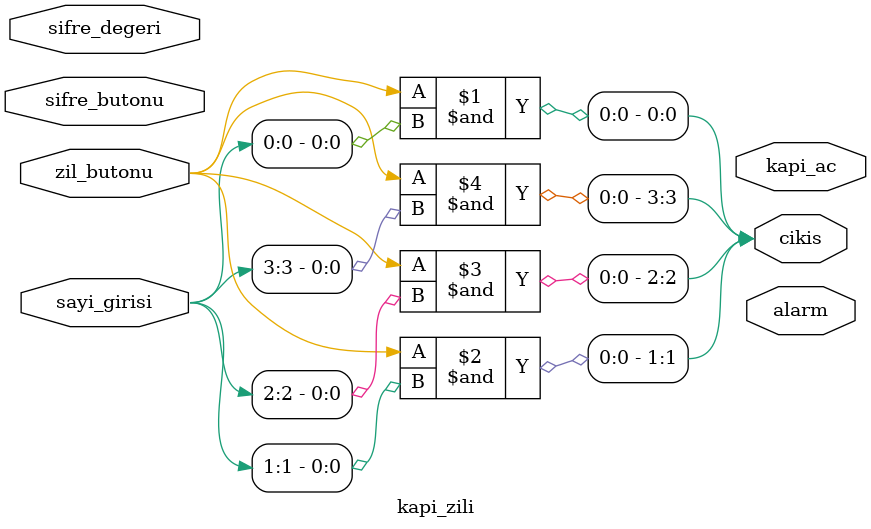
<source format=v>
`timescale 1ns / 1ps


module kapi_zili(

    input [3:0] sayi_girisi,
    input[3:0] sifre_degeri, 
    input zil_butonu, 
    input sifre_butonu, 
    output [3:0] cikis,   
    output kapi_ac, 
    output alarm 
    );
    
    //ilk durumda cikis test benchte 1111 
    //birinci fonksiyon
    //karnough sonucu..
     and(cikis[0],zil_butonu,sayi_girisi[0]); 
     and(cikis[1],zil_butonu,sayi_girisi[1]); 
     and(cikis[2],zil_butonu,sayi_girisi[2]); 
     and(cikis[3],zil_butonu,sayi_girisi[3]); 
     
     //ikinci fonksyion
     
     
      
    
    
 



endmodule

</source>
